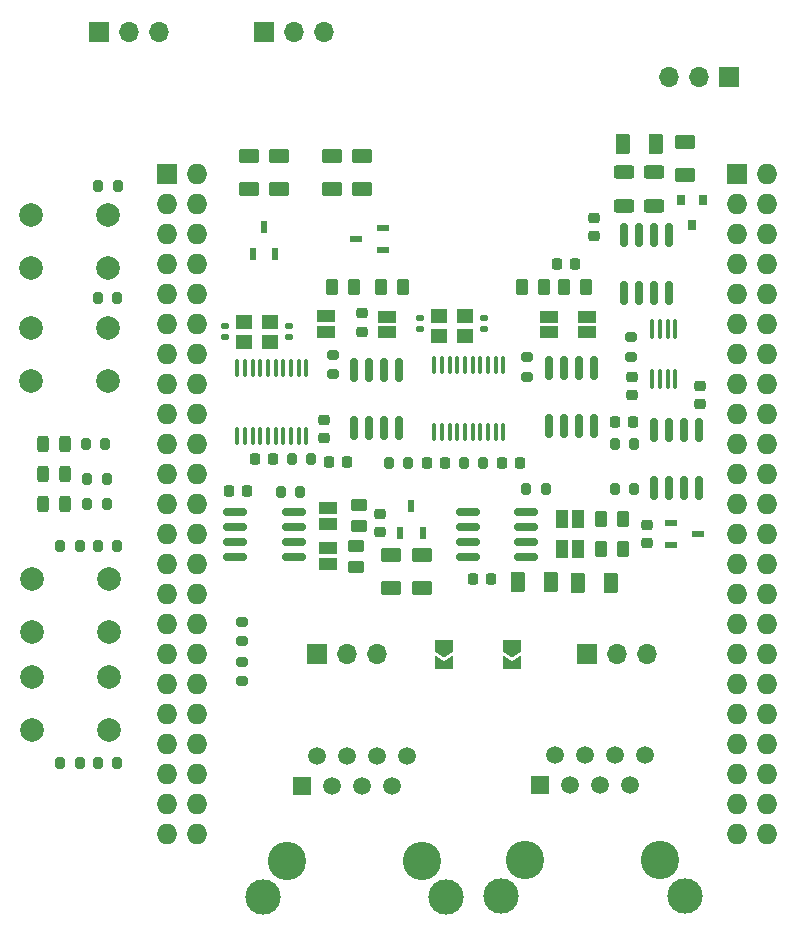
<source format=gbr>
%TF.GenerationSoftware,KiCad,Pcbnew,(7.0.0)*%
%TF.CreationDate,2023-02-19T15:54:43+01:00*%
%TF.ProjectId,bbb-can-bus-cape,6262622d-6361-46e2-9d62-75732d636170,rev?*%
%TF.SameCoordinates,Original*%
%TF.FileFunction,Soldermask,Top*%
%TF.FilePolarity,Negative*%
%FSLAX46Y46*%
G04 Gerber Fmt 4.6, Leading zero omitted, Abs format (unit mm)*
G04 Created by KiCad (PCBNEW (7.0.0)) date 2023-02-19 15:54:43*
%MOMM*%
%LPD*%
G01*
G04 APERTURE LIST*
G04 Aperture macros list*
%AMRoundRect*
0 Rectangle with rounded corners*
0 $1 Rounding radius*
0 $2 $3 $4 $5 $6 $7 $8 $9 X,Y pos of 4 corners*
0 Add a 4 corners polygon primitive as box body*
4,1,4,$2,$3,$4,$5,$6,$7,$8,$9,$2,$3,0*
0 Add four circle primitives for the rounded corners*
1,1,$1+$1,$2,$3*
1,1,$1+$1,$4,$5*
1,1,$1+$1,$6,$7*
1,1,$1+$1,$8,$9*
0 Add four rect primitives between the rounded corners*
20,1,$1+$1,$2,$3,$4,$5,0*
20,1,$1+$1,$4,$5,$6,$7,0*
20,1,$1+$1,$6,$7,$8,$9,0*
20,1,$1+$1,$8,$9,$2,$3,0*%
%AMFreePoly0*
4,1,6,1.000000,0.000000,0.500000,-0.750000,-0.500000,-0.750000,-0.500000,0.750000,0.500000,0.750000,1.000000,0.000000,1.000000,0.000000,$1*%
%AMFreePoly1*
4,1,6,0.500000,-0.750000,-0.650000,-0.750000,-0.150000,0.000000,-0.650000,0.750000,0.500000,0.750000,0.500000,-0.750000,0.500000,-0.750000,$1*%
G04 Aperture macros list end*
%ADD10R,1.727200X1.727200*%
%ADD11O,1.727200X1.727200*%
%ADD12C,3.250000*%
%ADD13R,1.500000X1.500000*%
%ADD14C,1.500000*%
%ADD15C,3.000000*%
%ADD16RoundRect,0.140000X-0.170000X0.140000X-0.170000X-0.140000X0.170000X-0.140000X0.170000X0.140000X0*%
%ADD17R,1.000000X0.600000*%
%ADD18RoundRect,0.250000X0.625000X-0.312500X0.625000X0.312500X-0.625000X0.312500X-0.625000X-0.312500X0*%
%ADD19RoundRect,0.225000X0.225000X0.250000X-0.225000X0.250000X-0.225000X-0.250000X0.225000X-0.250000X0*%
%ADD20R,1.000000X1.500000*%
%ADD21R,1.500000X1.000000*%
%ADD22RoundRect,0.100000X-0.100000X0.637500X-0.100000X-0.637500X0.100000X-0.637500X0.100000X0.637500X0*%
%ADD23RoundRect,0.250000X-0.450000X0.262500X-0.450000X-0.262500X0.450000X-0.262500X0.450000X0.262500X0*%
%ADD24RoundRect,0.225000X-0.250000X0.225000X-0.250000X-0.225000X0.250000X-0.225000X0.250000X0.225000X0*%
%ADD25RoundRect,0.200000X0.200000X0.275000X-0.200000X0.275000X-0.200000X-0.275000X0.200000X-0.275000X0*%
%ADD26R,1.700000X1.700000*%
%ADD27O,1.700000X1.700000*%
%ADD28RoundRect,0.250000X-0.375000X-0.625000X0.375000X-0.625000X0.375000X0.625000X-0.375000X0.625000X0*%
%ADD29RoundRect,0.200000X-0.200000X-0.275000X0.200000X-0.275000X0.200000X0.275000X-0.200000X0.275000X0*%
%ADD30RoundRect,0.200000X-0.275000X0.200000X-0.275000X-0.200000X0.275000X-0.200000X0.275000X0.200000X0*%
%ADD31FreePoly0,270.000000*%
%ADD32FreePoly1,270.000000*%
%ADD33RoundRect,0.100000X0.100000X-0.712500X0.100000X0.712500X-0.100000X0.712500X-0.100000X-0.712500X0*%
%ADD34RoundRect,0.250000X0.625000X-0.375000X0.625000X0.375000X-0.625000X0.375000X-0.625000X-0.375000X0*%
%ADD35RoundRect,0.200000X0.275000X-0.200000X0.275000X0.200000X-0.275000X0.200000X-0.275000X-0.200000X0*%
%ADD36RoundRect,0.150000X-0.825000X-0.150000X0.825000X-0.150000X0.825000X0.150000X-0.825000X0.150000X0*%
%ADD37RoundRect,0.225000X0.250000X-0.225000X0.250000X0.225000X-0.250000X0.225000X-0.250000X-0.225000X0*%
%ADD38RoundRect,0.250000X-0.262500X-0.450000X0.262500X-0.450000X0.262500X0.450000X-0.262500X0.450000X0*%
%ADD39RoundRect,0.243750X-0.243750X-0.456250X0.243750X-0.456250X0.243750X0.456250X-0.243750X0.456250X0*%
%ADD40R,0.600000X1.000000*%
%ADD41RoundRect,0.225000X-0.225000X-0.250000X0.225000X-0.250000X0.225000X0.250000X-0.225000X0.250000X0*%
%ADD42RoundRect,0.250000X-0.625000X0.375000X-0.625000X-0.375000X0.625000X-0.375000X0.625000X0.375000X0*%
%ADD43RoundRect,0.150000X0.150000X-0.825000X0.150000X0.825000X-0.150000X0.825000X-0.150000X-0.825000X0*%
%ADD44RoundRect,0.140000X0.170000X-0.140000X0.170000X0.140000X-0.170000X0.140000X-0.170000X-0.140000X0*%
%ADD45C,2.000000*%
%ADD46R,1.400000X1.200000*%
%ADD47RoundRect,0.250000X0.262500X0.450000X-0.262500X0.450000X-0.262500X-0.450000X0.262500X-0.450000X0*%
%ADD48R,0.800000X0.900000*%
G04 APERTURE END LIST*
D10*
%TO.C,P8*%
X164630099Y-62382399D03*
D11*
X167170099Y-62382399D03*
X164630099Y-64922399D03*
X167170099Y-64922399D03*
X164630099Y-67462399D03*
X167170099Y-67462399D03*
X164630099Y-70002399D03*
X167170099Y-70002399D03*
X164630099Y-72542399D03*
X167170099Y-72542399D03*
X164630099Y-75082399D03*
X167170099Y-75082399D03*
X164630099Y-77622399D03*
X167170099Y-77622399D03*
X164630099Y-80162399D03*
X167170099Y-80162399D03*
X164630099Y-82702399D03*
X167170099Y-82702399D03*
X164630099Y-85242399D03*
X167170099Y-85242399D03*
X164630099Y-87782399D03*
X167170099Y-87782399D03*
X164630099Y-90322399D03*
X167170099Y-90322399D03*
X164630099Y-92862399D03*
X167170099Y-92862399D03*
X164630099Y-95402399D03*
X167170099Y-95402399D03*
X164630099Y-97942399D03*
X167170099Y-97942399D03*
X164630099Y-100482399D03*
X167170099Y-100482399D03*
X164630099Y-103022399D03*
X167170099Y-103022399D03*
X164630099Y-105562399D03*
X167170099Y-105562399D03*
X164630099Y-108102399D03*
X167170099Y-108102399D03*
X164630099Y-110642399D03*
X167170099Y-110642399D03*
X164630099Y-113182399D03*
X167170099Y-113182399D03*
X164630099Y-115722399D03*
X167170099Y-115722399D03*
X164630099Y-118262399D03*
X167170099Y-118262399D03*
%TD*%
D10*
%TO.C,P9*%
X116370099Y-62382399D03*
D11*
X118910099Y-62382399D03*
X116370099Y-64922399D03*
X118910099Y-64922399D03*
X116370099Y-67462399D03*
X118910099Y-67462399D03*
X116370099Y-70002399D03*
X118910099Y-70002399D03*
X116370099Y-72542399D03*
X118910099Y-72542399D03*
X116370099Y-75082399D03*
X118910099Y-75082399D03*
X116370099Y-77622399D03*
X118910099Y-77622399D03*
X116370099Y-80162399D03*
X118910099Y-80162399D03*
X116370099Y-82702399D03*
X118910099Y-82702399D03*
X116370099Y-85242399D03*
X118910099Y-85242399D03*
X116370099Y-87782399D03*
X118910099Y-87782399D03*
X116370099Y-90322399D03*
X118910099Y-90322399D03*
X116370099Y-92862399D03*
X118910099Y-92862399D03*
X116370099Y-95402399D03*
X118910099Y-95402399D03*
X116370099Y-97942399D03*
X118910099Y-97942399D03*
X116370099Y-100482399D03*
X118910099Y-100482399D03*
X116370099Y-103022399D03*
X118910099Y-103022399D03*
X116370099Y-105562399D03*
X118910099Y-105562399D03*
X116370099Y-108102399D03*
X118910099Y-108102399D03*
X116370099Y-110642399D03*
X118910099Y-110642399D03*
X116370099Y-113182399D03*
X118910099Y-113182399D03*
X116370099Y-115722399D03*
X118910099Y-115722399D03*
X116370099Y-118262399D03*
X118910099Y-118262399D03*
%TD*%
D12*
%TO.C,J2*%
X146714791Y-120512328D03*
X158144791Y-120512328D03*
D13*
X147984790Y-114162327D03*
D14*
X149254791Y-111622328D03*
X150524791Y-114162328D03*
X151794791Y-111622328D03*
X153064791Y-114162328D03*
X154334791Y-111622328D03*
X155604791Y-114162328D03*
X156874791Y-111622328D03*
D15*
X144659791Y-123562328D03*
X160199791Y-123562328D03*
%TD*%
D16*
%TO.C,C15*%
X143205946Y-74584367D03*
X143205946Y-75544367D03*
%TD*%
D17*
%TO.C,D1*%
X159025099Y-91947399D03*
X159025099Y-93847399D03*
X161325099Y-92897399D03*
%TD*%
D18*
%TO.C,R21*%
X155095100Y-65149900D03*
X155095100Y-62224900D03*
%TD*%
D19*
%TO.C,C1*%
X143805100Y-96707400D03*
X142255100Y-96707400D03*
%TD*%
D20*
%TO.C,P3*%
X151155099Y-91627399D03*
X149855099Y-91627399D03*
%TD*%
D21*
%TO.C,P14*%
X151920099Y-75767399D03*
X151920099Y-74467399D03*
%TD*%
D17*
%TO.C,D4*%
X134655099Y-68873542D03*
X134655099Y-66973542D03*
X132355099Y-67923542D03*
%TD*%
D21*
%TO.C,P5*%
X129994015Y-90718233D03*
X129994015Y-92018233D03*
%TD*%
D22*
%TO.C,U1*%
X128175100Y-78844899D03*
X127525100Y-78844899D03*
X126875100Y-78844899D03*
X126225100Y-78844899D03*
X125575100Y-78844899D03*
X124925100Y-78844899D03*
X124275100Y-78844899D03*
X123625100Y-78844899D03*
X122975100Y-78844899D03*
X122325100Y-78844899D03*
X122325100Y-84569899D03*
X122975100Y-84569899D03*
X123625100Y-84569899D03*
X124275100Y-84569899D03*
X124925100Y-84569899D03*
X125575100Y-84569899D03*
X126225100Y-84569899D03*
X126875100Y-84569899D03*
X127525100Y-84569899D03*
X128175100Y-84569899D03*
%TD*%
D23*
%TO.C,R3*%
X132616682Y-90413817D03*
X132616682Y-92238817D03*
%TD*%
D16*
%TO.C,C6*%
X126700132Y-75282169D03*
X126700132Y-76242169D03*
%TD*%
D24*
%TO.C,C11*%
X155730100Y-79562400D03*
X155730100Y-81112400D03*
%TD*%
D25*
%TO.C,R13*%
X111269692Y-88265214D03*
X109619692Y-88265214D03*
%TD*%
D26*
%TO.C,J7*%
X163985099Y-54162399D03*
D27*
X161445099Y-54162399D03*
X158905099Y-54162399D03*
%TD*%
D19*
%TO.C,C8*%
X125369165Y-86547400D03*
X123819165Y-86547400D03*
%TD*%
D18*
%TO.C,R20*%
X157635100Y-65149900D03*
X157635100Y-62224900D03*
%TD*%
D24*
%TO.C,C2*%
X157000100Y-92122400D03*
X157000100Y-93672400D03*
%TD*%
D26*
%TO.C,J1*%
X151920099Y-103057399D03*
D27*
X154460099Y-103057399D03*
X157000099Y-103057399D03*
%TD*%
D28*
%TO.C,F1*%
X146075100Y-96975356D03*
X148875100Y-96975356D03*
%TD*%
D29*
%TO.C,R19*%
X154270100Y-89087400D03*
X155920100Y-89087400D03*
%TD*%
%TO.C,R17*%
X154270100Y-85277400D03*
X155920100Y-85277400D03*
%TD*%
D30*
%TO.C,R18*%
X155704880Y-76209955D03*
X155704880Y-77859955D03*
%TD*%
D19*
%TO.C,C3*%
X123164110Y-89249290D03*
X121614110Y-89249290D03*
%TD*%
D31*
%TO.C,JP2*%
X139855100Y-102332400D03*
D32*
X139855100Y-103782400D03*
%TD*%
D33*
%TO.C,U6*%
X157464047Y-79769900D03*
X158114047Y-79769900D03*
X158764047Y-79769900D03*
X159414047Y-79769900D03*
X159414047Y-75544900D03*
X158764047Y-75544900D03*
X158114047Y-75544900D03*
X157464047Y-75544900D03*
%TD*%
D29*
%TO.C,R5*%
X126944165Y-86547400D03*
X128594165Y-86547400D03*
%TD*%
D34*
%TO.C,F10*%
X132870100Y-63687400D03*
X132870100Y-60887400D03*
%TD*%
D29*
%TO.C,R6*%
X141505902Y-86841872D03*
X143155902Y-86841872D03*
%TD*%
D22*
%TO.C,U2*%
X144852925Y-78558047D03*
X144202925Y-78558047D03*
X143552925Y-78558047D03*
X142902925Y-78558047D03*
X142252925Y-78558047D03*
X141602925Y-78558047D03*
X140952925Y-78558047D03*
X140302925Y-78558047D03*
X139652925Y-78558047D03*
X139002925Y-78558047D03*
X139002925Y-84283047D03*
X139652925Y-84283047D03*
X140302925Y-84283047D03*
X140952925Y-84283047D03*
X141602925Y-84283047D03*
X142252925Y-84283047D03*
X142902925Y-84283047D03*
X143552925Y-84283047D03*
X144202925Y-84283047D03*
X144852925Y-84283047D03*
%TD*%
D35*
%TO.C,R11*%
X122710100Y-101977400D03*
X122710100Y-100327400D03*
%TD*%
D36*
%TO.C,U4*%
X122140100Y-90992400D03*
X122140100Y-92262400D03*
X122140100Y-93532400D03*
X122140100Y-94802400D03*
X127090100Y-94802400D03*
X127090100Y-93532400D03*
X127090100Y-92262400D03*
X127090100Y-90992400D03*
%TD*%
D37*
%TO.C,C13*%
X152555100Y-67637400D03*
X152555100Y-66087400D03*
%TD*%
D34*
%TO.C,F6*%
X125885100Y-63687400D03*
X125885100Y-60887400D03*
%TD*%
D38*
%TO.C,R1*%
X153140100Y-91627400D03*
X154965100Y-91627400D03*
%TD*%
D21*
%TO.C,P11*%
X135040366Y-75786733D03*
X135040366Y-74486733D03*
%TD*%
D38*
%TO.C,R9*%
X130378842Y-71942400D03*
X132203842Y-71942400D03*
%TD*%
D21*
%TO.C,P6*%
X130003724Y-94106823D03*
X130003724Y-95406823D03*
%TD*%
D29*
%TO.C,R16*%
X110532110Y-72931603D03*
X112182110Y-72931603D03*
%TD*%
D39*
%TO.C,D6*%
X105897600Y-87817400D03*
X107772600Y-87817400D03*
%TD*%
D40*
%TO.C,D2*%
X136115122Y-92777399D03*
X138015122Y-92777399D03*
X137065122Y-90477399D03*
%TD*%
D41*
%TO.C,C14*%
X144730902Y-86841872D03*
X146280902Y-86841872D03*
%TD*%
D38*
%TO.C,R23*%
X150015100Y-71942400D03*
X151840100Y-71942400D03*
%TD*%
D42*
%TO.C,F3*%
X135358698Y-94672400D03*
X135358698Y-97472400D03*
%TD*%
D43*
%TO.C,U7*%
X132235100Y-83942400D03*
X133505100Y-83942400D03*
X134775100Y-83942400D03*
X136045100Y-83942400D03*
X136045100Y-78992400D03*
X134775100Y-78992400D03*
X133505100Y-78992400D03*
X132235100Y-78992400D03*
%TD*%
D40*
%TO.C,D3*%
X123665099Y-69162399D03*
X125565099Y-69162399D03*
X124615099Y-66862399D03*
%TD*%
D20*
%TO.C,P4*%
X149855099Y-94167399D03*
X151155099Y-94167399D03*
%TD*%
D41*
%TO.C,C17*%
X154320100Y-83372400D03*
X155870100Y-83372400D03*
%TD*%
D31*
%TO.C,JP1*%
X145570100Y-102332400D03*
D32*
X145570100Y-103782400D03*
%TD*%
D12*
%TO.C,J4*%
X126543541Y-120562003D03*
X137973541Y-120562003D03*
D13*
X127813540Y-114212002D03*
D14*
X129083541Y-111672003D03*
X130353541Y-114212003D03*
X131623541Y-111672003D03*
X132893541Y-114212003D03*
X134163541Y-111672003D03*
X135433541Y-114212003D03*
X136703541Y-111672003D03*
D15*
X124488541Y-123612003D03*
X140028541Y-123612003D03*
%TD*%
D44*
%TO.C,C7*%
X121300074Y-76234726D03*
X121300074Y-75274726D03*
%TD*%
D36*
%TO.C,U3*%
X141825100Y-90992400D03*
X141825100Y-92262400D03*
X141825100Y-93532400D03*
X141825100Y-94802400D03*
X146775100Y-94802400D03*
X146775100Y-93532400D03*
X146775100Y-92262400D03*
X146775100Y-90992400D03*
%TD*%
D41*
%TO.C,C18*%
X149396594Y-70037400D03*
X150946594Y-70037400D03*
%TD*%
D24*
%TO.C,C10*%
X132870100Y-74202400D03*
X132870100Y-75752400D03*
%TD*%
D29*
%TO.C,R24*%
X146777100Y-89087400D03*
X148427100Y-89087400D03*
%TD*%
D45*
%TO.C,Sw1*%
X111355100Y-70382400D03*
X104855100Y-70382400D03*
X111355100Y-65882400D03*
X104855100Y-65882400D03*
%TD*%
D26*
%TO.C,J5*%
X110660099Y-50352399D03*
D27*
X113200099Y-50352399D03*
X115740099Y-50352399D03*
%TD*%
D25*
%TO.C,R14*%
X111167600Y-85277400D03*
X109517600Y-85277400D03*
%TD*%
D26*
%TO.C,J6*%
X124615099Y-50352399D03*
D27*
X127155099Y-50352399D03*
X129695099Y-50352399D03*
%TD*%
D34*
%TO.C,F7*%
X160237544Y-62462302D03*
X160237544Y-59662302D03*
%TD*%
D39*
%TO.C,D8*%
X105897600Y-90357400D03*
X107772600Y-90357400D03*
%TD*%
D37*
%TO.C,C12*%
X161532821Y-81863122D03*
X161532821Y-80313122D03*
%TD*%
D29*
%TO.C,R28*%
X107355100Y-93877400D03*
X109005100Y-93877400D03*
%TD*%
%TO.C,R29*%
X107355100Y-112292400D03*
X109005100Y-112292400D03*
%TD*%
D35*
%TO.C,R7*%
X146840100Y-79562400D03*
X146840100Y-77912400D03*
%TD*%
D45*
%TO.C,Sw3*%
X104930100Y-96707400D03*
X111430100Y-96707400D03*
X104930100Y-101207400D03*
X111430100Y-101207400D03*
%TD*%
D21*
%TO.C,P13*%
X148745099Y-74467399D03*
X148745099Y-75767399D03*
%TD*%
D26*
%TO.C,J3*%
X129060099Y-103057399D03*
D27*
X131600099Y-103057399D03*
X134140099Y-103057399D03*
%TD*%
D28*
%TO.C,F8*%
X154965100Y-59877400D03*
X157765100Y-59877400D03*
%TD*%
%TO.C,F2*%
X151155100Y-96992103D03*
X153955100Y-96992103D03*
%TD*%
D43*
%TO.C,U8*%
X148745100Y-83777400D03*
X150015100Y-83777400D03*
X151285100Y-83777400D03*
X152555100Y-83777400D03*
X152555100Y-78827400D03*
X151285100Y-78827400D03*
X150015100Y-78827400D03*
X148745100Y-78827400D03*
%TD*%
D46*
%TO.C,Y1*%
X122880099Y-76602399D03*
X125080099Y-76602399D03*
X125080099Y-74902399D03*
X122880099Y-74902399D03*
%TD*%
D43*
%TO.C,U9*%
X155095100Y-72512400D03*
X156365100Y-72512400D03*
X157635100Y-72512400D03*
X158905100Y-72512400D03*
X158905100Y-67562400D03*
X157635100Y-67562400D03*
X156365100Y-67562400D03*
X155095100Y-67562400D03*
%TD*%
D29*
%TO.C,R31*%
X110530100Y-112292400D03*
X112180100Y-112292400D03*
%TD*%
D38*
%TO.C,R10*%
X134497600Y-71943931D03*
X136322600Y-71943931D03*
%TD*%
D45*
%TO.C,Sw2*%
X104845109Y-75417299D03*
X111345109Y-75417299D03*
X104845109Y-79917299D03*
X111345109Y-79917299D03*
%TD*%
D39*
%TO.C,D7*%
X105897600Y-85277400D03*
X107772600Y-85277400D03*
%TD*%
D30*
%TO.C,NTC1*%
X122710100Y-103692400D03*
X122710100Y-105342400D03*
%TD*%
D43*
%TO.C,U5*%
X157635100Y-89022400D03*
X158905100Y-89022400D03*
X160175100Y-89022400D03*
X161445100Y-89022400D03*
X161445100Y-84072400D03*
X160175100Y-84072400D03*
X158905100Y-84072400D03*
X157635100Y-84072400D03*
%TD*%
D25*
%TO.C,R15*%
X111280100Y-90357400D03*
X109630100Y-90357400D03*
%TD*%
D35*
%TO.C,R8*%
X130423024Y-79342511D03*
X130423024Y-77692511D03*
%TD*%
D47*
%TO.C,R2*%
X154965100Y-94167400D03*
X153140100Y-94167400D03*
%TD*%
D45*
%TO.C,Sw4*%
X111430100Y-109462400D03*
X104930100Y-109462400D03*
X111430100Y-104962400D03*
X104930100Y-104962400D03*
%TD*%
D42*
%TO.C,F4*%
X137950100Y-94672400D03*
X137950100Y-97472400D03*
%TD*%
D19*
%TO.C,C9*%
X139930902Y-86836145D03*
X138380902Y-86836145D03*
%TD*%
D37*
%TO.C,C19*%
X129695100Y-84782400D03*
X129695100Y-83232400D03*
%TD*%
D23*
%TO.C,R4*%
X132362100Y-93860291D03*
X132362100Y-95685291D03*
%TD*%
D41*
%TO.C,C5*%
X130069641Y-86757479D03*
X131619641Y-86757479D03*
%TD*%
D34*
%TO.C,F9*%
X130330100Y-63687400D03*
X130330100Y-60887400D03*
%TD*%
%TO.C,F5*%
X123345100Y-63687400D03*
X123345100Y-60887400D03*
%TD*%
D29*
%TO.C,R27*%
X135155902Y-86841872D03*
X136805902Y-86841872D03*
%TD*%
D38*
%TO.C,R22*%
X146438302Y-71950193D03*
X148263302Y-71950193D03*
%TD*%
D25*
%TO.C,R32*%
X127652132Y-89291158D03*
X126002132Y-89291158D03*
%TD*%
D29*
%TO.C,R12*%
X110550770Y-63411065D03*
X112200770Y-63411065D03*
%TD*%
D37*
%TO.C,C4*%
X134422012Y-92709641D03*
X134422012Y-91159641D03*
%TD*%
D44*
%TO.C,C16*%
X137779836Y-75561114D03*
X137779836Y-74601114D03*
%TD*%
D48*
%TO.C,D5*%
X161760099Y-64592399D03*
X159860099Y-64592399D03*
X160810099Y-66692399D03*
%TD*%
D21*
%TO.C,P10*%
X129822099Y-74459624D03*
X129822099Y-75759624D03*
%TD*%
D46*
%TO.C,Y2*%
X139390099Y-76137399D03*
X141590099Y-76137399D03*
X141590099Y-74437399D03*
X139390099Y-74437399D03*
%TD*%
D29*
%TO.C,R30*%
X110530100Y-93877400D03*
X112180100Y-93877400D03*
%TD*%
M02*

</source>
